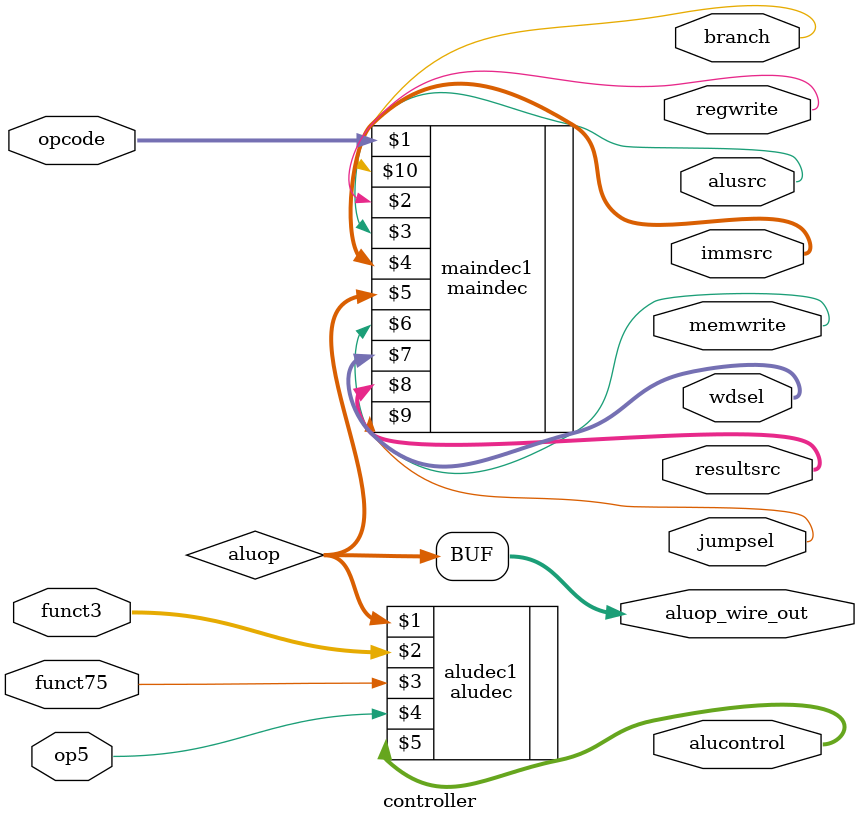
<source format=sv>
module controller(input wire [6:0] opcode,
						input wire [14:12] funct3,
						input wire funct75,
						input wire op5,
						output wire [3:0] alucontrol,
						output wire regwrite,alusrc,memwrite,
						output wire [1:0] wdsel,
						output wire [2:0] immsrc,
						output wire [1:0] resultsrc,
						output wire jumpsel,
						output wire [1:0] aluop_wire_out,
						output wire branch);
						
	wire [1:0] aluop;					

	aludec aludec1(aluop,funct3,funct75,op5,alucontrol);
	maindec maindec1(opcode,regwrite,alusrc,immsrc,aluop,memwrite,wdsel,resultsrc,jumpsel,branch);
	
	assign aluop_wire_out=aluop;
	
endmodule
</source>
